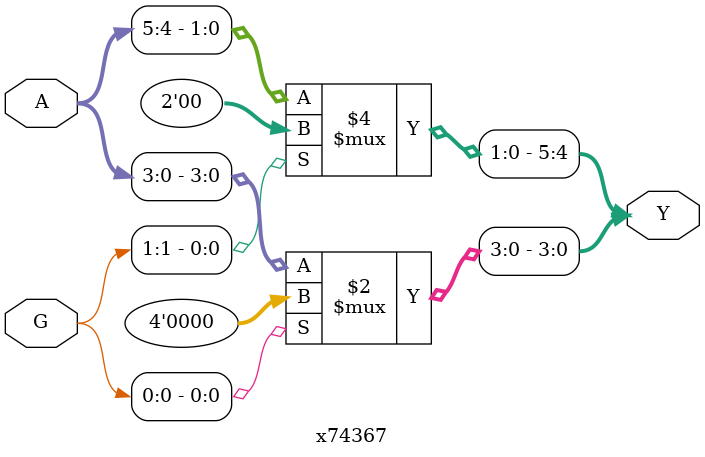
<source format=v>

module x74367(

  input  [1:0] G,
  input  [5:0] A,
  output [5:0] Y

);

assign Y = {
  ~G[1] ? A[5:4] : 2'b0,
  ~G[0] ? A[3:0] : 4'b0
};

endmodule

</source>
